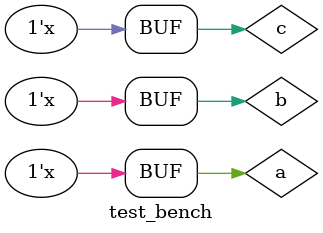
<source format=v>

`timescale 1ns / 1ps
module test_bench();
    reg a, b, c;
    wire r;
    three_vote uut(a, b, c, r);
    initial begin
        a = 0; b = 0; c = 0;
    end
    always #10{a,b,c} = {a,b,c} + 1;
endmodule
</source>
